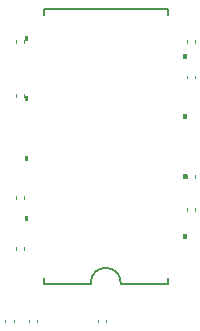
<source format=gbr>
%TF.GenerationSoftware,KiCad,Pcbnew,8.99.0-2608-ga0707285a1*%
%TF.CreationDate,2024-10-22T01:28:05-04:00*%
%TF.ProjectId,shinobi,7368696e-6f62-4692-9e6b-696361645f70,rev?*%
%TF.SameCoordinates,Original*%
%TF.FileFunction,Legend,Bot*%
%TF.FilePolarity,Positive*%
%FSLAX46Y46*%
G04 Gerber Fmt 4.6, Leading zero omitted, Abs format (unit mm)*
G04 Created by KiCad (PCBNEW 8.99.0-2608-ga0707285a1) date 2024-10-22 01:28:05*
%MOMM*%
%LPD*%
G01*
G04 APERTURE LIST*
%ADD10C,0.120000*%
%ADD11C,0.152400*%
%ADD12C,0.000000*%
G04 APERTURE END LIST*
D10*
X149983100Y-102741764D02*
X149983100Y-102957436D01*
X150703100Y-102741764D02*
X150703100Y-102957436D01*
X164441100Y-112611436D02*
X164441100Y-112395764D01*
X165161100Y-112611436D02*
X165161100Y-112395764D01*
X149983100Y-98385436D02*
X149983100Y-98169764D01*
X150703100Y-98385436D02*
X150703100Y-98169764D01*
X156908100Y-122070436D02*
X156908100Y-121854764D01*
X157628100Y-122070436D02*
X157628100Y-121854764D01*
X164441100Y-109811436D02*
X164441100Y-109595764D01*
X165161100Y-109811436D02*
X165161100Y-109595764D01*
X164441100Y-101195764D02*
X164441100Y-101411436D01*
X165161100Y-101195764D02*
X165161100Y-101411436D01*
X149983100Y-115695764D02*
X149983100Y-115911436D01*
X150703100Y-115695764D02*
X150703100Y-115911436D01*
X149108100Y-122070436D02*
X149108100Y-121854764D01*
X149828100Y-122070436D02*
X149828100Y-121854764D01*
X164441100Y-98195764D02*
X164441100Y-98411436D01*
X165161100Y-98195764D02*
X165161100Y-98411436D01*
X151058100Y-122070436D02*
X151058100Y-121854764D01*
X151778100Y-122070436D02*
X151778100Y-121854764D01*
X149983100Y-111593436D02*
X149983100Y-111377764D01*
X150703100Y-111593436D02*
X150703100Y-111377764D01*
D11*
X152335300Y-95534400D02*
X152335300Y-96017000D01*
X152335300Y-118318200D02*
X152335300Y-118800800D01*
X156323100Y-118724600D02*
X156323100Y-118800800D01*
X156323100Y-118800800D02*
X152335300Y-118800800D01*
X158863100Y-118724600D02*
X158863100Y-118800800D01*
X158863100Y-118800800D02*
X162850900Y-118800800D01*
X162850900Y-95534400D02*
X152335300Y-95534400D01*
X162850900Y-96017000D02*
X162850900Y-95534400D01*
X162850900Y-118800800D02*
X162850900Y-118318200D01*
X156323100Y-118724600D02*
G75*
G02*
X158863100Y-118724600I1270000J0D01*
G01*
D12*
G36*
X151014500Y-98226800D02*
G01*
X150735100Y-98226800D01*
X150735100Y-97820400D01*
X151014500Y-97820400D01*
X151014500Y-98226800D01*
G37*
G36*
X151014500Y-103306800D02*
G01*
X150735100Y-103306800D01*
X150735100Y-102900400D01*
X151014500Y-102900400D01*
X151014500Y-103306800D01*
G37*
G36*
X151014500Y-108386800D02*
G01*
X150735100Y-108386800D01*
X150735100Y-107980400D01*
X151014500Y-107980400D01*
X151014500Y-108386800D01*
G37*
G36*
X151014500Y-113466800D02*
G01*
X150735100Y-113466800D01*
X150735100Y-113060400D01*
X151014500Y-113060400D01*
X151014500Y-113466800D01*
G37*
G36*
X164451100Y-99750800D02*
G01*
X164171700Y-99750800D01*
X164171700Y-99344400D01*
X164451100Y-99344400D01*
X164451100Y-99750800D01*
G37*
G36*
X164451100Y-104830800D02*
G01*
X164171700Y-104830800D01*
X164171700Y-104424400D01*
X164451100Y-104424400D01*
X164451100Y-104830800D01*
G37*
G36*
X164451100Y-109910800D02*
G01*
X164171700Y-109910800D01*
X164171700Y-109504400D01*
X164451100Y-109504400D01*
X164451100Y-109910800D01*
G37*
G36*
X164451100Y-114990800D02*
G01*
X164171700Y-114990800D01*
X164171700Y-114584400D01*
X164451100Y-114584400D01*
X164451100Y-114990800D01*
G37*
M02*

</source>
